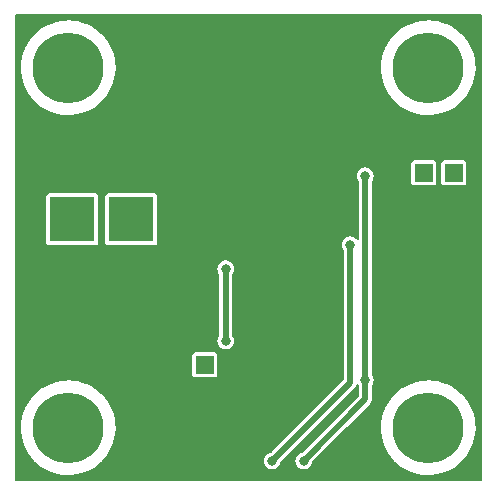
<source format=gbr>
%TF.GenerationSoftware,KiCad,Pcbnew,(5.99.0-13046-g4fe9f01eb0)*%
%TF.CreationDate,2021-12-22T12:24:45+01:00*%
%TF.ProjectId,SOLARMINI01B,534f4c41-524d-4494-9e49-3031422e6b69,rev?*%
%TF.SameCoordinates,Original*%
%TF.FileFunction,Copper,L1,Top*%
%TF.FilePolarity,Positive*%
%FSLAX46Y46*%
G04 Gerber Fmt 4.6, Leading zero omitted, Abs format (unit mm)*
G04 Created by KiCad (PCBNEW (5.99.0-13046-g4fe9f01eb0)) date 2021-12-22 12:24:45*
%MOMM*%
%LPD*%
G01*
G04 APERTURE LIST*
%TA.AperFunction,ComponentPad*%
%ADD10R,1.524000X1.524000*%
%TD*%
%TA.AperFunction,ComponentPad*%
%ADD11C,6.000000*%
%TD*%
%TA.AperFunction,ComponentPad*%
%ADD12R,3.810000X3.810000*%
%TD*%
%TA.AperFunction,ViaPad*%
%ADD13C,0.800000*%
%TD*%
%TA.AperFunction,Conductor*%
%ADD14C,0.500000*%
%TD*%
G04 APERTURE END LIST*
D10*
%TO.P,J3,1*%
%TO.N,Net-(J3-Pad1)*%
X16637000Y10414000D03*
%TD*%
D11*
%TO.P,M2,1*%
%TO.N,unconnected-(M2-Pad1)*%
X5080000Y5080000D03*
%TD*%
%TO.P,M1,1*%
%TO.N,unconnected-(M1-Pad1)*%
X5080000Y35560000D03*
%TD*%
%TO.P,M4,1*%
%TO.N,unconnected-(M4-Pad1)*%
X35560000Y5080000D03*
%TD*%
D12*
%TO.P,J2,1,P1*%
%TO.N,GND*%
X5414000Y17653000D03*
X10414000Y17653000D03*
%TD*%
%TO.P,J1,1,P1*%
%TO.N,/PV+*%
X10414000Y22733000D03*
X5414000Y22733000D03*
%TD*%
D11*
%TO.P,M3,1*%
%TO.N,unconnected-(M3-Pad1)*%
X35560000Y35560000D03*
%TD*%
D10*
%TO.P,J4,1*%
%TO.N,GND*%
X37719000Y24130000D03*
%TO.P,J4,2*%
X35179000Y24130000D03*
%TO.P,J4,3*%
%TO.N,Net-(C7-Pad1)*%
X37719000Y26670000D03*
%TO.P,J4,4*%
X35179000Y26670000D03*
%TO.P,J4,5*%
%TO.N,GND*%
X37719000Y29210000D03*
%TO.P,J4,6*%
X35179000Y29210000D03*
%TD*%
D13*
%TO.N,GND*%
X36169600Y10769600D03*
X17145000Y27686000D03*
X37719000Y17399000D03*
X15621000Y32639000D03*
X38100000Y21844000D03*
X25273000Y31623000D03*
X17399000Y23114000D03*
X28448000Y31623000D03*
X21336000Y14224000D03*
X13716000Y15240000D03*
X16637000Y15240000D03*
X27686000Y26670000D03*
X32512000Y23368000D03*
X27686000Y15113000D03*
X20472400Y7162800D03*
X19431000Y25400000D03*
X17272000Y25400000D03*
X15621000Y29845000D03*
X34036000Y12954000D03*
X35433000Y12954000D03*
X10287000Y14224000D03*
X21717000Y15494000D03*
X4445000Y14224000D03*
X31343600Y10312400D03*
X19558000Y23114000D03*
X20574000Y5334000D03*
X20320000Y15494000D03*
X26162000Y26670000D03*
X28321000Y25400000D03*
X29616400Y5384800D03*
X31496000Y15113000D03*
X36474400Y14173200D03*
X27889200Y3302000D03*
X19685000Y14351000D03*
X22479000Y9779000D03*
X25654000Y10922000D03*
X34290000Y21971000D03*
X38862000Y17399000D03*
X31394400Y7975600D03*
X32766000Y12954000D03*
X31623000Y16510000D03*
X26416000Y15113000D03*
X18897600Y8991600D03*
X21082000Y8890000D03*
X19304000Y32766000D03*
X15240000Y15240000D03*
X26797000Y31623000D03*
X20828000Y20574000D03*
X19304000Y27940000D03*
X7874000Y14224000D03*
X19304000Y29845000D03*
X26162000Y25400000D03*
X21691600Y12344400D03*
X25654000Y9652000D03*
X20523200Y3657600D03*
X36068000Y21844000D03*
X6096000Y14224000D03*
X22225000Y19812000D03*
X36474400Y15798800D03*
X36322000Y17399000D03*
%TO.N,Net-(C2-Pad1)*%
X18415000Y12446000D03*
X18415000Y18542000D03*
%TO.N,Net-(C4-Pad1)*%
X22352000Y2286000D03*
X28956000Y20574000D03*
%TO.N,Net-(C7-Pad1)*%
X30226000Y9144000D03*
X30226000Y26416000D03*
X25019000Y2286000D03*
%TD*%
D14*
%TO.N,Net-(C2-Pad1)*%
X18415000Y12446000D02*
X18415000Y18542000D01*
%TO.N,Net-(C4-Pad1)*%
X28956000Y20574000D02*
X28956000Y8890000D01*
X28956000Y8890000D02*
X22352000Y2286000D01*
%TO.N,Net-(C7-Pad1)*%
X30226000Y7493000D02*
X25019000Y2286000D01*
X30226000Y9144000D02*
X30226000Y7747000D01*
X30226000Y26416000D02*
X30226000Y9144000D01*
X30226000Y7747000D02*
X30226000Y7493000D01*
%TD*%
%TA.AperFunction,Conductor*%
%TO.N,GND*%
G36*
X40045191Y40067093D02*
G01*
X40081155Y40017593D01*
X40086000Y39987000D01*
X40086000Y653000D01*
X40067093Y594809D01*
X40017593Y558845D01*
X39987000Y554000D01*
X653000Y554000D01*
X594809Y572907D01*
X558845Y622407D01*
X554000Y653000D01*
X554000Y5135923D01*
X1075065Y5135923D01*
X1088722Y4744843D01*
X1140477Y4356962D01*
X1229834Y3975983D01*
X1355943Y3605542D01*
X1356940Y3603345D01*
X1356942Y3603339D01*
X1426097Y3450888D01*
X1517598Y3249174D01*
X1713258Y2910283D01*
X1714661Y2908323D01*
X1714667Y2908314D01*
X1819352Y2762092D01*
X1941053Y2592101D01*
X2198810Y2297667D01*
X2200570Y2296014D01*
X2200577Y2296007D01*
X2299303Y2203298D01*
X2484069Y2029792D01*
X2485981Y2028320D01*
X2485984Y2028317D01*
X2792189Y1792508D01*
X2794107Y1791031D01*
X2796159Y1789749D01*
X3123915Y1584943D01*
X3123920Y1584940D01*
X3125964Y1583663D01*
X3128128Y1582589D01*
X3128133Y1582586D01*
X3474306Y1410744D01*
X3476472Y1409669D01*
X3842287Y1270710D01*
X4219915Y1168110D01*
X4605754Y1102850D01*
X4608162Y1102682D01*
X4608167Y1102681D01*
X4993714Y1075721D01*
X4993718Y1075721D01*
X4996119Y1075553D01*
X4998525Y1075620D01*
X4998535Y1075620D01*
X5384863Y1086412D01*
X5384870Y1086413D01*
X5387285Y1086480D01*
X5775517Y1135525D01*
X5777870Y1136060D01*
X5777878Y1136061D01*
X6154762Y1221687D01*
X6154768Y1221689D01*
X6157111Y1222221D01*
X6528424Y1345740D01*
X6885911Y1504904D01*
X7226160Y1698192D01*
X7231743Y1702130D01*
X7543949Y1922368D01*
X7545924Y1923761D01*
X7547743Y1925331D01*
X7547748Y1925335D01*
X7840321Y2177877D01*
X7840324Y2177880D01*
X7842150Y2179456D01*
X7843815Y2181204D01*
X7843823Y2181212D01*
X7950647Y2293389D01*
X21646394Y2293389D01*
X21647049Y2287456D01*
X21647049Y2287452D01*
X21656340Y2203298D01*
X21664999Y2124865D01*
X21723266Y1965644D01*
X21726591Y1960695D01*
X21726592Y1960694D01*
X21739689Y1941204D01*
X21817830Y1824917D01*
X21943233Y1710809D01*
X22092235Y1629908D01*
X22127189Y1620738D01*
X22250464Y1588397D01*
X22250468Y1588396D01*
X22256233Y1586884D01*
X22262194Y1586790D01*
X22262197Y1586790D01*
X22340965Y1585553D01*
X22425760Y1584221D01*
X22431575Y1585553D01*
X22431577Y1585553D01*
X22585206Y1620738D01*
X22585209Y1620739D01*
X22591029Y1622072D01*
X22606610Y1629908D01*
X22737165Y1695571D01*
X22742498Y1698253D01*
X22747035Y1702128D01*
X22747038Y1702130D01*
X22866888Y1804492D01*
X22866891Y1804495D01*
X22871423Y1808366D01*
X22970361Y1946053D01*
X23003432Y2028317D01*
X23031377Y2097833D01*
X23031378Y2097835D01*
X23033601Y2103366D01*
X23043169Y2170597D01*
X23071177Y2226652D01*
X29335061Y8490536D01*
X29338054Y8493406D01*
X29379188Y8531231D01*
X29384156Y8535799D01*
X29407753Y8573857D01*
X29413035Y8581543D01*
X29436030Y8611838D01*
X29436030Y8611839D01*
X29440112Y8617216D01*
X29446537Y8633442D01*
X29454438Y8649153D01*
X29463635Y8663986D01*
X29476133Y8707003D01*
X29479145Y8715803D01*
X29480536Y8719317D01*
X29519533Y8766460D01*
X29578796Y8781679D01*
X29635685Y8759158D01*
X29654757Y8738088D01*
X29658673Y8732260D01*
X29675500Y8677046D01*
X29675500Y7762033D01*
X29656593Y7703842D01*
X29646504Y7692029D01*
X24962308Y3007833D01*
X24915415Y2981572D01*
X24778836Y2948782D01*
X24778832Y2948780D01*
X24773032Y2947388D01*
X24705211Y2912383D01*
X24627675Y2872364D01*
X24627673Y2872362D01*
X24622369Y2869625D01*
X24494604Y2758169D01*
X24397113Y2619453D01*
X24335524Y2461487D01*
X24313394Y2293389D01*
X24314049Y2287456D01*
X24314049Y2287452D01*
X24323340Y2203298D01*
X24331999Y2124865D01*
X24390266Y1965644D01*
X24393591Y1960695D01*
X24393592Y1960694D01*
X24406689Y1941204D01*
X24484830Y1824917D01*
X24610233Y1710809D01*
X24759235Y1629908D01*
X24794189Y1620738D01*
X24917464Y1588397D01*
X24917468Y1588396D01*
X24923233Y1586884D01*
X24929194Y1586790D01*
X24929197Y1586790D01*
X25007965Y1585553D01*
X25092760Y1584221D01*
X25098575Y1585553D01*
X25098577Y1585553D01*
X25252206Y1620738D01*
X25252209Y1620739D01*
X25258029Y1622072D01*
X25273610Y1629908D01*
X25404165Y1695571D01*
X25409498Y1698253D01*
X25414035Y1702128D01*
X25414038Y1702130D01*
X25533888Y1804492D01*
X25533891Y1804495D01*
X25538423Y1808366D01*
X25637361Y1946053D01*
X25670432Y2028317D01*
X25698377Y2097833D01*
X25698378Y2097835D01*
X25700601Y2103366D01*
X25710169Y2170597D01*
X25738177Y2226652D01*
X28647447Y5135923D01*
X31555065Y5135923D01*
X31568722Y4744843D01*
X31620477Y4356962D01*
X31709834Y3975983D01*
X31835943Y3605542D01*
X31836940Y3603345D01*
X31836942Y3603339D01*
X31906097Y3450888D01*
X31997598Y3249174D01*
X32193258Y2910283D01*
X32194661Y2908323D01*
X32194667Y2908314D01*
X32299352Y2762092D01*
X32421053Y2592101D01*
X32678810Y2297667D01*
X32680570Y2296014D01*
X32680577Y2296007D01*
X32779303Y2203298D01*
X32964069Y2029792D01*
X32965981Y2028320D01*
X32965984Y2028317D01*
X33272189Y1792508D01*
X33274107Y1791031D01*
X33276159Y1789749D01*
X33603915Y1584943D01*
X33603920Y1584940D01*
X33605964Y1583663D01*
X33608128Y1582589D01*
X33608133Y1582586D01*
X33954306Y1410744D01*
X33956472Y1409669D01*
X34322287Y1270710D01*
X34699915Y1168110D01*
X35085754Y1102850D01*
X35088162Y1102682D01*
X35088167Y1102681D01*
X35473714Y1075721D01*
X35473718Y1075721D01*
X35476119Y1075553D01*
X35478525Y1075620D01*
X35478535Y1075620D01*
X35864863Y1086412D01*
X35864870Y1086413D01*
X35867285Y1086480D01*
X36255517Y1135525D01*
X36257870Y1136060D01*
X36257878Y1136061D01*
X36634762Y1221687D01*
X36634768Y1221689D01*
X36637111Y1222221D01*
X37008424Y1345740D01*
X37365911Y1504904D01*
X37706160Y1698192D01*
X37711743Y1702130D01*
X38023949Y1922368D01*
X38025924Y1923761D01*
X38027743Y1925331D01*
X38027748Y1925335D01*
X38320321Y2177877D01*
X38320324Y2177880D01*
X38322150Y2179456D01*
X38323815Y2181204D01*
X38323823Y2181212D01*
X38457081Y2321147D01*
X38592011Y2462838D01*
X38832931Y2771201D01*
X38834225Y2773241D01*
X38834232Y2773250D01*
X39041310Y3099553D01*
X39041313Y3099558D01*
X39042610Y3101602D01*
X39219046Y3450888D01*
X39360557Y3815723D01*
X39465790Y4192626D01*
X39533742Y4578000D01*
X39563763Y4968165D01*
X39565325Y5080000D01*
X39546209Y5470851D01*
X39489044Y5857972D01*
X39394376Y6237666D01*
X39263107Y6606311D01*
X39262081Y6608492D01*
X39262077Y6608501D01*
X39184086Y6774239D01*
X39096492Y6960386D01*
X38896120Y7296513D01*
X38894692Y7298449D01*
X38894686Y7298459D01*
X38665333Y7609546D01*
X38663905Y7611483D01*
X38662299Y7613267D01*
X38662293Y7613274D01*
X38403679Y7900492D01*
X38402061Y7902289D01*
X38357144Y7943304D01*
X38114878Y8164524D01*
X38114870Y8164530D01*
X38113090Y8166156D01*
X37955342Y8284167D01*
X37801696Y8399109D01*
X37801689Y8399114D01*
X37799749Y8400565D01*
X37465030Y8603278D01*
X37462858Y8604318D01*
X37462850Y8604323D01*
X37114310Y8771316D01*
X37114303Y8771319D01*
X37112126Y8772362D01*
X36744407Y8906200D01*
X36742081Y8906797D01*
X36742072Y8906800D01*
X36367711Y9002919D01*
X36365382Y9003517D01*
X36208149Y9027858D01*
X35981057Y9063014D01*
X35981046Y9063015D01*
X35978670Y9063383D01*
X35976261Y9063518D01*
X35976258Y9063518D01*
X35590381Y9085092D01*
X35590376Y9085092D01*
X35587962Y9085227D01*
X35196987Y9068841D01*
X34809477Y9014380D01*
X34701460Y8988248D01*
X34431485Y8922934D01*
X34431475Y8922931D01*
X34429131Y8922364D01*
X34380348Y8905376D01*
X34061858Y8794467D01*
X34061851Y8794464D01*
X34059579Y8793673D01*
X34057391Y8792662D01*
X33939283Y8738088D01*
X33704349Y8629533D01*
X33554361Y8541536D01*
X33368915Y8432736D01*
X33368910Y8432733D01*
X33366831Y8431513D01*
X33364887Y8430100D01*
X33364880Y8430096D01*
X33113078Y8247151D01*
X33050248Y8201502D01*
X32757621Y7941695D01*
X32755980Y7939923D01*
X32755973Y7939916D01*
X32631995Y7806031D01*
X32491743Y7654573D01*
X32490280Y7652645D01*
X32490272Y7652636D01*
X32377258Y7503745D01*
X32255152Y7342876D01*
X32226629Y7296513D01*
X32155463Y7180833D01*
X32050107Y7009580D01*
X32049055Y7007423D01*
X32049050Y7007414D01*
X32026113Y6960386D01*
X31878564Y6657865D01*
X31742162Y6291090D01*
X31642201Y5912754D01*
X31579637Y5526469D01*
X31555065Y5135923D01*
X28647447Y5135923D01*
X30605048Y7093524D01*
X30608041Y7096394D01*
X30649188Y7134231D01*
X30654156Y7138799D01*
X30677758Y7176866D01*
X30683041Y7184551D01*
X30706027Y7214834D01*
X30706030Y7214839D01*
X30710112Y7220217D01*
X30716533Y7236434D01*
X30724440Y7252155D01*
X30730078Y7261248D01*
X30730080Y7261253D01*
X30733635Y7266986D01*
X30746129Y7309990D01*
X30749150Y7318813D01*
X30763151Y7354174D01*
X30763153Y7354181D01*
X30765636Y7360453D01*
X30767460Y7377806D01*
X30770847Y7395068D01*
X30775715Y7411825D01*
X30776500Y7422515D01*
X30776500Y7458631D01*
X30777042Y7468979D01*
X30780696Y7503745D01*
X30780696Y7503746D01*
X30781401Y7510454D01*
X30777886Y7531237D01*
X30776500Y7547746D01*
X30776500Y8677734D01*
X30795102Y8735502D01*
X30844361Y8804053D01*
X30907601Y8961366D01*
X30915194Y9014715D01*
X30931034Y9126015D01*
X30931034Y9126021D01*
X30931490Y9129222D01*
X30931645Y9144000D01*
X30911276Y9312320D01*
X30851345Y9470923D01*
X30839852Y9487645D01*
X30793912Y9554489D01*
X30776500Y9610563D01*
X30776500Y25863354D01*
X34116500Y25863354D01*
X34119618Y25837154D01*
X34165061Y25734847D01*
X34244287Y25655759D01*
X34252645Y25652064D01*
X34339864Y25613504D01*
X34339866Y25613504D01*
X34346673Y25610494D01*
X34354067Y25609632D01*
X34369378Y25607847D01*
X34372354Y25607500D01*
X35985646Y25607500D01*
X36003561Y25609632D01*
X36004469Y25609740D01*
X36004470Y25609740D01*
X36011846Y25610618D01*
X36114153Y25656061D01*
X36193241Y25735287D01*
X36238506Y25837673D01*
X36241500Y25863354D01*
X36656500Y25863354D01*
X36659618Y25837154D01*
X36705061Y25734847D01*
X36784287Y25655759D01*
X36792645Y25652064D01*
X36879864Y25613504D01*
X36879866Y25613504D01*
X36886673Y25610494D01*
X36894067Y25609632D01*
X36909378Y25607847D01*
X36912354Y25607500D01*
X38525646Y25607500D01*
X38543561Y25609632D01*
X38544469Y25609740D01*
X38544470Y25609740D01*
X38551846Y25610618D01*
X38654153Y25656061D01*
X38733241Y25735287D01*
X38778506Y25837673D01*
X38781500Y25863354D01*
X38781500Y27476646D01*
X38778382Y27502846D01*
X38732939Y27605153D01*
X38653713Y27684241D01*
X38624591Y27697116D01*
X38558136Y27726496D01*
X38558134Y27726496D01*
X38551327Y27729506D01*
X38537322Y27731139D01*
X38528494Y27732168D01*
X38528493Y27732168D01*
X38525646Y27732500D01*
X36912354Y27732500D01*
X36895951Y27730548D01*
X36893531Y27730260D01*
X36893530Y27730260D01*
X36886154Y27729382D01*
X36783847Y27683939D01*
X36704759Y27604713D01*
X36659494Y27502327D01*
X36656500Y27476646D01*
X36656500Y25863354D01*
X36241500Y25863354D01*
X36241500Y27476646D01*
X36238382Y27502846D01*
X36192939Y27605153D01*
X36113713Y27684241D01*
X36084591Y27697116D01*
X36018136Y27726496D01*
X36018134Y27726496D01*
X36011327Y27729506D01*
X35997322Y27731139D01*
X35988494Y27732168D01*
X35988493Y27732168D01*
X35985646Y27732500D01*
X34372354Y27732500D01*
X34355951Y27730548D01*
X34353531Y27730260D01*
X34353530Y27730260D01*
X34346154Y27729382D01*
X34243847Y27683939D01*
X34164759Y27604713D01*
X34119494Y27502327D01*
X34116500Y27476646D01*
X34116500Y25863354D01*
X30776500Y25863354D01*
X30776500Y25949734D01*
X30795102Y26007502D01*
X30844361Y26076053D01*
X30907601Y26233366D01*
X30931490Y26401222D01*
X30931645Y26416000D01*
X30911276Y26584320D01*
X30851345Y26742923D01*
X30755312Y26882651D01*
X30628721Y26995440D01*
X30478881Y27074776D01*
X30396661Y27095429D01*
X30320231Y27114627D01*
X30320228Y27114627D01*
X30314441Y27116081D01*
X30228841Y27116529D01*
X30150861Y27116938D01*
X30150859Y27116938D01*
X30144895Y27116969D01*
X30139099Y27115577D01*
X30139095Y27115577D01*
X30031703Y27089793D01*
X29980032Y27077388D01*
X29904701Y27038507D01*
X29834675Y27002364D01*
X29834673Y27002362D01*
X29829369Y26999625D01*
X29701604Y26888169D01*
X29604113Y26749453D01*
X29542524Y26591487D01*
X29520394Y26423389D01*
X29521049Y26417456D01*
X29521049Y26417452D01*
X29521566Y26412769D01*
X29538999Y26254865D01*
X29597266Y26095644D01*
X29600595Y26090690D01*
X29658671Y26004262D01*
X29675500Y25949046D01*
X29675500Y21082757D01*
X29656593Y21024566D01*
X29607093Y20988602D01*
X29545907Y20988602D01*
X29494912Y21026683D01*
X29488692Y21035733D01*
X29485312Y21040651D01*
X29358721Y21153440D01*
X29208881Y21232776D01*
X29126661Y21253428D01*
X29050231Y21272627D01*
X29050228Y21272627D01*
X29044441Y21274081D01*
X28958841Y21274529D01*
X28880861Y21274938D01*
X28880859Y21274938D01*
X28874895Y21274969D01*
X28869099Y21273577D01*
X28869095Y21273577D01*
X28761703Y21247793D01*
X28710032Y21235388D01*
X28634701Y21196507D01*
X28564675Y21160364D01*
X28564673Y21160362D01*
X28559369Y21157625D01*
X28431604Y21046169D01*
X28334113Y20907453D01*
X28331945Y20901892D01*
X28275716Y20757673D01*
X28272524Y20749487D01*
X28250394Y20581389D01*
X28251049Y20575456D01*
X28251049Y20575452D01*
X28256343Y20527500D01*
X28268999Y20412865D01*
X28327266Y20253644D01*
X28330595Y20248690D01*
X28388671Y20162262D01*
X28405500Y20107046D01*
X28405500Y9159032D01*
X28386593Y9100841D01*
X28376504Y9089028D01*
X22295310Y3007834D01*
X22248418Y2981574D01*
X22111842Y2948784D01*
X22111834Y2948781D01*
X22106032Y2947388D01*
X22038211Y2912383D01*
X21960675Y2872364D01*
X21960673Y2872362D01*
X21955369Y2869625D01*
X21827604Y2758169D01*
X21730113Y2619453D01*
X21668524Y2461487D01*
X21646394Y2293389D01*
X7950647Y2293389D01*
X7977080Y2321147D01*
X8112011Y2462838D01*
X8352931Y2771201D01*
X8354225Y2773241D01*
X8354232Y2773250D01*
X8561310Y3099553D01*
X8561313Y3099558D01*
X8562610Y3101602D01*
X8739046Y3450888D01*
X8880557Y3815723D01*
X8985790Y4192626D01*
X9053742Y4578000D01*
X9083763Y4968165D01*
X9085325Y5080000D01*
X9066209Y5470851D01*
X9009044Y5857972D01*
X8914376Y6237666D01*
X8783107Y6606311D01*
X8782081Y6608492D01*
X8782077Y6608501D01*
X8704086Y6774239D01*
X8616492Y6960386D01*
X8416120Y7296513D01*
X8414692Y7298449D01*
X8414686Y7298459D01*
X8185333Y7609546D01*
X8183905Y7611483D01*
X8182299Y7613267D01*
X8182293Y7613274D01*
X7923679Y7900492D01*
X7922061Y7902289D01*
X7877144Y7943304D01*
X7634878Y8164524D01*
X7634870Y8164530D01*
X7633090Y8166156D01*
X7475342Y8284167D01*
X7321696Y8399109D01*
X7321689Y8399114D01*
X7319749Y8400565D01*
X6985030Y8603278D01*
X6982858Y8604318D01*
X6982850Y8604323D01*
X6634310Y8771316D01*
X6634303Y8771319D01*
X6632126Y8772362D01*
X6264407Y8906200D01*
X6262081Y8906797D01*
X6262072Y8906800D01*
X5887711Y9002919D01*
X5885382Y9003517D01*
X5728149Y9027858D01*
X5501057Y9063014D01*
X5501046Y9063015D01*
X5498670Y9063383D01*
X5496261Y9063518D01*
X5496258Y9063518D01*
X5110381Y9085092D01*
X5110376Y9085092D01*
X5107962Y9085227D01*
X4716987Y9068841D01*
X4329477Y9014380D01*
X4221460Y8988248D01*
X3951485Y8922934D01*
X3951475Y8922931D01*
X3949131Y8922364D01*
X3900348Y8905376D01*
X3581858Y8794467D01*
X3581851Y8794464D01*
X3579579Y8793673D01*
X3577391Y8792662D01*
X3459283Y8738088D01*
X3224349Y8629533D01*
X3074361Y8541536D01*
X2888915Y8432736D01*
X2888910Y8432733D01*
X2886831Y8431513D01*
X2884887Y8430100D01*
X2884880Y8430096D01*
X2633078Y8247151D01*
X2570248Y8201502D01*
X2277621Y7941695D01*
X2275980Y7939923D01*
X2275973Y7939916D01*
X2151995Y7806031D01*
X2011743Y7654573D01*
X2010280Y7652645D01*
X2010272Y7652636D01*
X1897258Y7503745D01*
X1775152Y7342876D01*
X1746629Y7296513D01*
X1675463Y7180833D01*
X1570107Y7009580D01*
X1569055Y7007423D01*
X1569050Y7007414D01*
X1546113Y6960386D01*
X1398564Y6657865D01*
X1262162Y6291090D01*
X1162201Y5912754D01*
X1099637Y5526469D01*
X1075065Y5135923D01*
X554000Y5135923D01*
X554000Y9607354D01*
X15574500Y9607354D01*
X15577618Y9581154D01*
X15623061Y9478847D01*
X15629529Y9472390D01*
X15629530Y9472389D01*
X15663002Y9438976D01*
X15702287Y9399759D01*
X15710645Y9396064D01*
X15797864Y9357504D01*
X15797866Y9357504D01*
X15804673Y9354494D01*
X15812067Y9353632D01*
X15827378Y9351847D01*
X15830354Y9351500D01*
X17443646Y9351500D01*
X17461561Y9353632D01*
X17462469Y9353740D01*
X17462470Y9353740D01*
X17469846Y9354618D01*
X17572153Y9400061D01*
X17651241Y9479287D01*
X17696506Y9581673D01*
X17699500Y9607354D01*
X17699500Y11220646D01*
X17696382Y11246846D01*
X17650939Y11349153D01*
X17571713Y11428241D01*
X17542591Y11441116D01*
X17476136Y11470496D01*
X17476134Y11470496D01*
X17469327Y11473506D01*
X17455322Y11475139D01*
X17446494Y11476168D01*
X17446493Y11476168D01*
X17443646Y11476500D01*
X15830354Y11476500D01*
X15813951Y11474548D01*
X15811531Y11474260D01*
X15811530Y11474260D01*
X15804154Y11473382D01*
X15701847Y11427939D01*
X15622759Y11348713D01*
X15577494Y11246327D01*
X15574500Y11220646D01*
X15574500Y9607354D01*
X554000Y9607354D01*
X554000Y12453389D01*
X17709394Y12453389D01*
X17710049Y12447456D01*
X17710049Y12447452D01*
X17710566Y12442769D01*
X17727999Y12284865D01*
X17786266Y12125644D01*
X17789591Y12120695D01*
X17789592Y12120694D01*
X17802689Y12101204D01*
X17880830Y11984917D01*
X18006233Y11870809D01*
X18155235Y11789908D01*
X18190189Y11780738D01*
X18313464Y11748397D01*
X18313468Y11748396D01*
X18319233Y11746884D01*
X18325194Y11746790D01*
X18325197Y11746790D01*
X18403965Y11745553D01*
X18488760Y11744221D01*
X18494575Y11745553D01*
X18494577Y11745553D01*
X18648206Y11780738D01*
X18648209Y11780739D01*
X18654029Y11782072D01*
X18669610Y11789908D01*
X18800165Y11855571D01*
X18805498Y11858253D01*
X18810035Y11862128D01*
X18810038Y11862130D01*
X18929888Y11964492D01*
X18929891Y11964495D01*
X18934423Y11968366D01*
X19033361Y12106053D01*
X19096601Y12263366D01*
X19120490Y12431222D01*
X19120645Y12446000D01*
X19100276Y12614320D01*
X19040345Y12772923D01*
X19032502Y12784335D01*
X18982912Y12856489D01*
X18965500Y12912563D01*
X18965500Y18075734D01*
X18984102Y18133502D01*
X19033361Y18202053D01*
X19096601Y18359366D01*
X19120490Y18527222D01*
X19120645Y18542000D01*
X19100276Y18710320D01*
X19040345Y18868923D01*
X18944312Y19008651D01*
X18817721Y19121440D01*
X18667881Y19200776D01*
X18585661Y19221429D01*
X18509231Y19240627D01*
X18509228Y19240627D01*
X18503441Y19242081D01*
X18417841Y19242529D01*
X18339861Y19242938D01*
X18339859Y19242938D01*
X18333895Y19242969D01*
X18328099Y19241577D01*
X18328095Y19241577D01*
X18220703Y19215793D01*
X18169032Y19203388D01*
X18093700Y19164506D01*
X18023675Y19128364D01*
X18023673Y19128362D01*
X18018369Y19125625D01*
X17890604Y19014169D01*
X17793113Y18875453D01*
X17731524Y18717487D01*
X17709394Y18549389D01*
X17710049Y18543456D01*
X17710049Y18543452D01*
X17710566Y18538769D01*
X17727999Y18380865D01*
X17786266Y18221644D01*
X17789595Y18216690D01*
X17847671Y18130262D01*
X17864500Y18075046D01*
X17864500Y12912336D01*
X17846497Y12855411D01*
X17793113Y12779453D01*
X17731524Y12621487D01*
X17709394Y12453389D01*
X554000Y12453389D01*
X554000Y20783354D01*
X3208500Y20783354D01*
X3211618Y20757154D01*
X3257061Y20654847D01*
X3336287Y20575759D01*
X3344645Y20572064D01*
X3431864Y20533504D01*
X3431866Y20533504D01*
X3438673Y20530494D01*
X3446067Y20529632D01*
X3461378Y20527847D01*
X3464354Y20527500D01*
X7363646Y20527500D01*
X7381561Y20529632D01*
X7382469Y20529740D01*
X7382470Y20529740D01*
X7389846Y20530618D01*
X7492153Y20576061D01*
X7503383Y20587310D01*
X7564786Y20648821D01*
X7571241Y20655287D01*
X7584116Y20684409D01*
X7613496Y20750864D01*
X7613496Y20750866D01*
X7616506Y20757673D01*
X7619500Y20783354D01*
X8208500Y20783354D01*
X8211618Y20757154D01*
X8257061Y20654847D01*
X8336287Y20575759D01*
X8344645Y20572064D01*
X8431864Y20533504D01*
X8431866Y20533504D01*
X8438673Y20530494D01*
X8446067Y20529632D01*
X8461378Y20527847D01*
X8464354Y20527500D01*
X12363646Y20527500D01*
X12381561Y20529632D01*
X12382469Y20529740D01*
X12382470Y20529740D01*
X12389846Y20530618D01*
X12492153Y20576061D01*
X12503383Y20587310D01*
X12564786Y20648821D01*
X12571241Y20655287D01*
X12584116Y20684409D01*
X12613496Y20750864D01*
X12613496Y20750866D01*
X12616506Y20757673D01*
X12619500Y20783354D01*
X12619500Y24682646D01*
X12616382Y24708846D01*
X12570939Y24811153D01*
X12491713Y24890241D01*
X12462591Y24903116D01*
X12396136Y24932496D01*
X12396134Y24932496D01*
X12389327Y24935506D01*
X12375322Y24937139D01*
X12366494Y24938168D01*
X12366493Y24938168D01*
X12363646Y24938500D01*
X8464354Y24938500D01*
X8447951Y24936548D01*
X8445531Y24936260D01*
X8445530Y24936260D01*
X8438154Y24935382D01*
X8335847Y24889939D01*
X8256759Y24810713D01*
X8211494Y24708327D01*
X8208500Y24682646D01*
X8208500Y20783354D01*
X7619500Y20783354D01*
X7619500Y24682646D01*
X7616382Y24708846D01*
X7570939Y24811153D01*
X7491713Y24890241D01*
X7462591Y24903116D01*
X7396136Y24932496D01*
X7396134Y24932496D01*
X7389327Y24935506D01*
X7375322Y24937139D01*
X7366494Y24938168D01*
X7366493Y24938168D01*
X7363646Y24938500D01*
X3464354Y24938500D01*
X3447951Y24936548D01*
X3445531Y24936260D01*
X3445530Y24936260D01*
X3438154Y24935382D01*
X3335847Y24889939D01*
X3256759Y24810713D01*
X3211494Y24708327D01*
X3208500Y24682646D01*
X3208500Y20783354D01*
X554000Y20783354D01*
X554000Y35615923D01*
X1075065Y35615923D01*
X1088722Y35224843D01*
X1140477Y34836962D01*
X1229834Y34455983D01*
X1355943Y34085542D01*
X1356940Y34083345D01*
X1356942Y34083339D01*
X1426097Y33930888D01*
X1517598Y33729174D01*
X1713258Y33390283D01*
X1714661Y33388323D01*
X1714667Y33388314D01*
X1939639Y33074076D01*
X1941053Y33072101D01*
X2198810Y32777667D01*
X2200570Y32776014D01*
X2200577Y32776007D01*
X2322822Y32661212D01*
X2484069Y32509792D01*
X2794107Y32271031D01*
X2796159Y32269749D01*
X3123915Y32064943D01*
X3123920Y32064940D01*
X3125964Y32063663D01*
X3128128Y32062589D01*
X3128133Y32062586D01*
X3474306Y31890744D01*
X3476472Y31889669D01*
X3842287Y31750710D01*
X4219915Y31648110D01*
X4605754Y31582850D01*
X4608162Y31582682D01*
X4608167Y31582681D01*
X4993714Y31555721D01*
X4993718Y31555721D01*
X4996119Y31555553D01*
X4998525Y31555620D01*
X4998535Y31555620D01*
X5384863Y31566412D01*
X5384870Y31566413D01*
X5387285Y31566480D01*
X5775517Y31615525D01*
X5777870Y31616060D01*
X5777878Y31616061D01*
X6154762Y31701687D01*
X6154768Y31701689D01*
X6157111Y31702221D01*
X6528424Y31825740D01*
X6885911Y31984904D01*
X7226160Y32178192D01*
X7357768Y32271031D01*
X7543949Y32402368D01*
X7545924Y32403761D01*
X7547743Y32405331D01*
X7547748Y32405335D01*
X7840321Y32657877D01*
X7840324Y32657880D01*
X7842150Y32659456D01*
X7843815Y32661204D01*
X7843823Y32661212D01*
X7977081Y32801147D01*
X8112011Y32942838D01*
X8352931Y33251201D01*
X8354225Y33253241D01*
X8354232Y33253250D01*
X8561310Y33579553D01*
X8561313Y33579558D01*
X8562610Y33581602D01*
X8739046Y33930888D01*
X8880557Y34295723D01*
X8985790Y34672626D01*
X9053742Y35058000D01*
X9083763Y35448165D01*
X9085325Y35560000D01*
X9082590Y35615923D01*
X31555065Y35615923D01*
X31568722Y35224843D01*
X31620477Y34836962D01*
X31709834Y34455983D01*
X31835943Y34085542D01*
X31836940Y34083345D01*
X31836942Y34083339D01*
X31906097Y33930888D01*
X31997598Y33729174D01*
X32193258Y33390283D01*
X32194661Y33388323D01*
X32194667Y33388314D01*
X32419639Y33074076D01*
X32421053Y33072101D01*
X32678810Y32777667D01*
X32680570Y32776014D01*
X32680577Y32776007D01*
X32802822Y32661212D01*
X32964069Y32509792D01*
X33274107Y32271031D01*
X33276159Y32269749D01*
X33603915Y32064943D01*
X33603920Y32064940D01*
X33605964Y32063663D01*
X33608128Y32062589D01*
X33608133Y32062586D01*
X33954306Y31890744D01*
X33956472Y31889669D01*
X34322287Y31750710D01*
X34699915Y31648110D01*
X35085754Y31582850D01*
X35088162Y31582682D01*
X35088167Y31582681D01*
X35473714Y31555721D01*
X35473718Y31555721D01*
X35476119Y31555553D01*
X35478525Y31555620D01*
X35478535Y31555620D01*
X35864863Y31566412D01*
X35864870Y31566413D01*
X35867285Y31566480D01*
X36255517Y31615525D01*
X36257870Y31616060D01*
X36257878Y31616061D01*
X36634762Y31701687D01*
X36634768Y31701689D01*
X36637111Y31702221D01*
X37008424Y31825740D01*
X37365911Y31984904D01*
X37706160Y32178192D01*
X37837768Y32271031D01*
X38023949Y32402368D01*
X38025924Y32403761D01*
X38027743Y32405331D01*
X38027748Y32405335D01*
X38320321Y32657877D01*
X38320324Y32657880D01*
X38322150Y32659456D01*
X38323815Y32661204D01*
X38323823Y32661212D01*
X38457081Y32801147D01*
X38592011Y32942838D01*
X38832931Y33251201D01*
X38834225Y33253241D01*
X38834232Y33253250D01*
X39041310Y33579553D01*
X39041313Y33579558D01*
X39042610Y33581602D01*
X39219046Y33930888D01*
X39360557Y34295723D01*
X39465790Y34672626D01*
X39533742Y35058000D01*
X39563763Y35448165D01*
X39565325Y35560000D01*
X39546209Y35950851D01*
X39489044Y36337972D01*
X39394376Y36717666D01*
X39263107Y37086311D01*
X39262081Y37088492D01*
X39262077Y37088501D01*
X39184086Y37254239D01*
X39096492Y37440386D01*
X38896120Y37776513D01*
X38894692Y37778449D01*
X38894686Y37778459D01*
X38665333Y38089546D01*
X38663905Y38091483D01*
X38662299Y38093267D01*
X38662293Y38093274D01*
X38403679Y38380492D01*
X38402061Y38382289D01*
X38357144Y38423304D01*
X38114878Y38644524D01*
X38114870Y38644530D01*
X38113090Y38646156D01*
X37955342Y38764167D01*
X37801696Y38879109D01*
X37801689Y38879114D01*
X37799749Y38880565D01*
X37465030Y39083278D01*
X37462858Y39084318D01*
X37462850Y39084323D01*
X37114310Y39251316D01*
X37114303Y39251319D01*
X37112126Y39252362D01*
X36744407Y39386200D01*
X36742081Y39386797D01*
X36742072Y39386800D01*
X36367711Y39482919D01*
X36365382Y39483517D01*
X36208149Y39507858D01*
X35981057Y39543014D01*
X35981046Y39543015D01*
X35978670Y39543383D01*
X35976261Y39543518D01*
X35976258Y39543518D01*
X35590381Y39565092D01*
X35590376Y39565092D01*
X35587962Y39565227D01*
X35196987Y39548841D01*
X34809477Y39494380D01*
X34701460Y39468248D01*
X34431485Y39402934D01*
X34431475Y39402931D01*
X34429131Y39402364D01*
X34380348Y39385376D01*
X34061858Y39274467D01*
X34061851Y39274464D01*
X34059579Y39273673D01*
X33704349Y39109533D01*
X33500778Y38990099D01*
X33368915Y38912736D01*
X33368910Y38912733D01*
X33366831Y38911513D01*
X33364887Y38910100D01*
X33364880Y38910096D01*
X33113078Y38727151D01*
X33050248Y38681502D01*
X32757621Y38421695D01*
X32755980Y38419923D01*
X32755973Y38419916D01*
X32631995Y38286031D01*
X32491743Y38134573D01*
X32490280Y38132645D01*
X32490272Y38132636D01*
X32302953Y37885851D01*
X32255152Y37822876D01*
X32050107Y37489580D01*
X32049055Y37487423D01*
X32049050Y37487414D01*
X32026113Y37440386D01*
X31878564Y37137865D01*
X31742162Y36771090D01*
X31642201Y36392754D01*
X31579637Y36006469D01*
X31555065Y35615923D01*
X9082590Y35615923D01*
X9066209Y35950851D01*
X9009044Y36337972D01*
X8914376Y36717666D01*
X8783107Y37086311D01*
X8782081Y37088492D01*
X8782077Y37088501D01*
X8704086Y37254239D01*
X8616492Y37440386D01*
X8416120Y37776513D01*
X8414692Y37778449D01*
X8414686Y37778459D01*
X8185333Y38089546D01*
X8183905Y38091483D01*
X8182299Y38093267D01*
X8182293Y38093274D01*
X7923679Y38380492D01*
X7922061Y38382289D01*
X7877144Y38423304D01*
X7634878Y38644524D01*
X7634870Y38644530D01*
X7633090Y38646156D01*
X7475342Y38764167D01*
X7321696Y38879109D01*
X7321689Y38879114D01*
X7319749Y38880565D01*
X6985030Y39083278D01*
X6982858Y39084318D01*
X6982850Y39084323D01*
X6634310Y39251316D01*
X6634303Y39251319D01*
X6632126Y39252362D01*
X6264407Y39386200D01*
X6262081Y39386797D01*
X6262072Y39386800D01*
X5887711Y39482919D01*
X5885382Y39483517D01*
X5728149Y39507858D01*
X5501057Y39543014D01*
X5501046Y39543015D01*
X5498670Y39543383D01*
X5496261Y39543518D01*
X5496258Y39543518D01*
X5110381Y39565092D01*
X5110376Y39565092D01*
X5107962Y39565227D01*
X4716987Y39548841D01*
X4329477Y39494380D01*
X4221460Y39468248D01*
X3951485Y39402934D01*
X3951475Y39402931D01*
X3949131Y39402364D01*
X3900348Y39385376D01*
X3581858Y39274467D01*
X3581851Y39274464D01*
X3579579Y39273673D01*
X3224349Y39109533D01*
X3020778Y38990099D01*
X2888915Y38912736D01*
X2888910Y38912733D01*
X2886831Y38911513D01*
X2884887Y38910100D01*
X2884880Y38910096D01*
X2633078Y38727151D01*
X2570248Y38681502D01*
X2277621Y38421695D01*
X2275980Y38419923D01*
X2275973Y38419916D01*
X2151995Y38286031D01*
X2011743Y38134573D01*
X2010280Y38132645D01*
X2010272Y38132636D01*
X1822953Y37885851D01*
X1775152Y37822876D01*
X1570107Y37489580D01*
X1569055Y37487423D01*
X1569050Y37487414D01*
X1546113Y37440386D01*
X1398564Y37137865D01*
X1262162Y36771090D01*
X1162201Y36392754D01*
X1099637Y36006469D01*
X1075065Y35615923D01*
X554000Y35615923D01*
X554000Y39987000D01*
X572907Y40045191D01*
X622407Y40081155D01*
X653000Y40086000D01*
X39987000Y40086000D01*
X40045191Y40067093D01*
G37*
%TD.AperFunction*%
%TD*%
M02*

</source>
